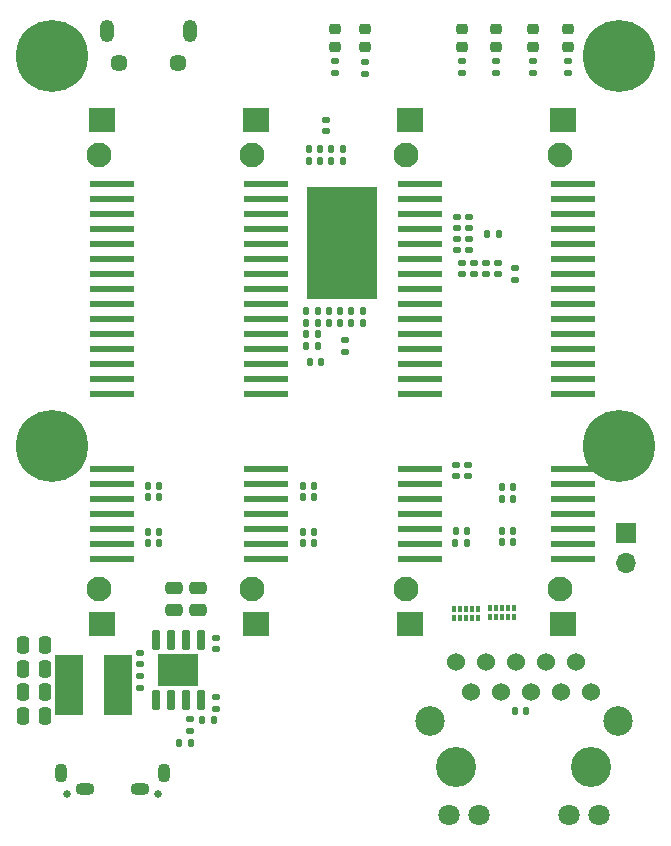
<source format=gbr>
%TF.GenerationSoftware,KiCad,Pcbnew,(6.0.4)*%
%TF.CreationDate,2022-08-11T23:06:16+02:00*%
%TF.ProjectId,MainBoard,4d61696e-426f-4617-9264-2e6b69636164,rev?*%
%TF.SameCoordinates,PXa344e00PY7102aa0*%
%TF.FileFunction,Soldermask,Bot*%
%TF.FilePolarity,Negative*%
%FSLAX46Y46*%
G04 Gerber Fmt 4.6, Leading zero omitted, Abs format (unit mm)*
G04 Created by KiCad (PCBNEW (6.0.4)) date 2022-08-11 23:06:16*
%MOMM*%
%LPD*%
G01*
G04 APERTURE LIST*
G04 Aperture macros list*
%AMRoundRect*
0 Rectangle with rounded corners*
0 $1 Rounding radius*
0 $2 $3 $4 $5 $6 $7 $8 $9 X,Y pos of 4 corners*
0 Add a 4 corners polygon primitive as box body*
4,1,4,$2,$3,$4,$5,$6,$7,$8,$9,$2,$3,0*
0 Add four circle primitives for the rounded corners*
1,1,$1+$1,$2,$3*
1,1,$1+$1,$4,$5*
1,1,$1+$1,$6,$7*
1,1,$1+$1,$8,$9*
0 Add four rect primitives between the rounded corners*
20,1,$1+$1,$2,$3,$4,$5,0*
20,1,$1+$1,$4,$5,$6,$7,0*
20,1,$1+$1,$6,$7,$8,$9,0*
20,1,$1+$1,$8,$9,$2,$3,0*%
%AMOutline4P*
0 Free polygon, 4 corners , with rotation*
0 The origin of the aperture is its center*
0 number of corners: always 4*
0 $1 to $8 corner X, Y*
0 $9 Rotation angle, in degrees counterclockwise*
0 create outline with 4 corners*
4,1,4,$1,$2,$3,$4,$5,$6,$7,$8,$1,$2,$9*%
G04 Aperture macros list end*
%ADD10R,1.700000X1.700000*%
%ADD11O,1.700000X1.700000*%
%ADD12O,1.200000X1.900000*%
%ADD13C,1.450000*%
%ADD14C,3.400000*%
%ADD15C,1.524000*%
%ADD16C,1.800000*%
%ADD17C,2.500000*%
%ADD18C,6.100000*%
%ADD19C,0.650000*%
%ADD20O,1.100000X1.600000*%
%ADD21O,1.600000X1.100000*%
%ADD22R,6.000000X9.500000*%
%ADD23RoundRect,0.135000X-0.185000X0.135000X-0.185000X-0.135000X0.185000X-0.135000X0.185000X0.135000X0*%
%ADD24RoundRect,0.147500X0.172500X-0.147500X0.172500X0.147500X-0.172500X0.147500X-0.172500X-0.147500X0*%
%ADD25RoundRect,0.147500X0.147500X0.172500X-0.147500X0.172500X-0.147500X-0.172500X0.147500X-0.172500X0*%
%ADD26R,0.300000X0.550000*%
%ADD27R,0.400000X0.550000*%
%ADD28RoundRect,0.140000X0.140000X0.170000X-0.140000X0.170000X-0.140000X-0.170000X0.140000X-0.170000X0*%
%ADD29RoundRect,0.135000X0.185000X-0.135000X0.185000X0.135000X-0.185000X0.135000X-0.185000X-0.135000X0*%
%ADD30C,2.100000*%
%ADD31R,3.800000X0.600000*%
%ADD32Outline4P,-1.050000X-1.100000X1.050000X-1.100000X1.050000X1.100000X-1.050000X1.100000X90.000000*%
%ADD33RoundRect,0.250000X-0.475000X0.250000X-0.475000X-0.250000X0.475000X-0.250000X0.475000X0.250000X0*%
%ADD34RoundRect,0.250000X-0.250000X-0.475000X0.250000X-0.475000X0.250000X0.475000X-0.250000X0.475000X0*%
%ADD35RoundRect,0.140000X-0.140000X-0.170000X0.140000X-0.170000X0.140000X0.170000X-0.140000X0.170000X0*%
%ADD36RoundRect,0.218750X0.256250X-0.218750X0.256250X0.218750X-0.256250X0.218750X-0.256250X-0.218750X0*%
%ADD37RoundRect,0.135000X0.135000X0.185000X-0.135000X0.185000X-0.135000X-0.185000X0.135000X-0.185000X0*%
%ADD38RoundRect,0.147500X-0.172500X0.147500X-0.172500X-0.147500X0.172500X-0.147500X0.172500X0.147500X0*%
%ADD39RoundRect,0.140000X-0.170000X0.140000X-0.170000X-0.140000X0.170000X-0.140000X0.170000X0.140000X0*%
%ADD40R,2.350000X5.100000*%
%ADD41RoundRect,0.140000X0.170000X-0.140000X0.170000X0.140000X-0.170000X0.140000X-0.170000X-0.140000X0*%
%ADD42R,3.400000X2.710000*%
%ADD43RoundRect,0.150000X-0.150000X0.737500X-0.150000X-0.737500X0.150000X-0.737500X0.150000X0.737500X0*%
G04 APERTURE END LIST*
D10*
%TO.C,J6*%
X52170000Y26075000D03*
D11*
X52170000Y23535000D03*
%TD*%
D12*
%TO.C,J7*%
X15270000Y68547500D03*
D13*
X9270000Y65847500D03*
D12*
X8270000Y68547500D03*
D13*
X14270000Y65847500D03*
%TD*%
D14*
%TO.C,U3*%
X49250000Y6300000D03*
X37820000Y6300000D03*
D15*
X37820000Y15190000D03*
X39090000Y12650000D03*
X40360000Y15190000D03*
X41630000Y12650000D03*
X42900000Y15190000D03*
X44170000Y12650000D03*
X45440000Y15190000D03*
X46710000Y12650000D03*
X47980000Y15190000D03*
X49250000Y12650000D03*
D16*
X37210000Y2190000D03*
X39750000Y2190000D03*
X47320000Y2190000D03*
X49860000Y2190000D03*
D17*
X35610000Y10190000D03*
X51460000Y10190000D03*
%TD*%
D18*
%TO.C,Module1*%
X51580000Y33490000D03*
X51580000Y66490000D03*
X3580000Y33490000D03*
X3580000Y66490000D03*
%TD*%
D19*
%TO.C,J1*%
X12575000Y4000000D03*
X4825000Y4000000D03*
D20*
X4380000Y5800000D03*
X13020000Y5800000D03*
D21*
X6400000Y4370000D03*
X11000000Y4370000D03*
%TD*%
D22*
%TO.C,U4*%
X28150000Y50660000D03*
%TD*%
D23*
%TO.C,R8*%
X38300000Y66010000D03*
X38300000Y64990000D03*
%TD*%
D24*
%TO.C,FB3*%
X42800000Y47515000D03*
X42800000Y48485000D03*
%TD*%
D25*
%TO.C,FB2*%
X41385000Y51400000D03*
X40415000Y51400000D03*
%TD*%
D26*
%TO.C,U1*%
X42670000Y18955000D03*
X42170000Y18955000D03*
D27*
X41670000Y18955000D03*
D26*
X41170000Y18955000D03*
X40670000Y18955000D03*
X40670000Y19725000D03*
X41170000Y19725000D03*
D27*
X41670000Y19725000D03*
D26*
X42170000Y19725000D03*
X42670000Y19725000D03*
%TD*%
D28*
%TO.C,C41*%
X26280000Y57600000D03*
X25320000Y57600000D03*
%TD*%
D29*
%TO.C,R27*%
X30050000Y64940000D03*
X30050000Y65960000D03*
%TD*%
D30*
%TO.C,J2*%
X46550000Y58130000D03*
X46550000Y21330000D03*
D31*
X47700000Y23855000D03*
X47700000Y25125000D03*
X47700000Y26395000D03*
X47700000Y27665000D03*
X47700000Y28935000D03*
X47700000Y30205000D03*
X47700000Y31475000D03*
X47700000Y37825000D03*
X47700000Y39095000D03*
X47700000Y40365000D03*
X47700000Y41635000D03*
X47700000Y42905000D03*
X47700000Y44175000D03*
X47700000Y45445000D03*
X47700000Y46715000D03*
X47700000Y47985000D03*
X47700000Y49255000D03*
X47700000Y50525000D03*
X47700000Y51795000D03*
X47700000Y53065000D03*
X47700000Y54335000D03*
X47700000Y55605000D03*
D32*
X46850000Y61080000D03*
X46850000Y18380000D03*
%TD*%
D28*
%TO.C,C1*%
X43700000Y11000000D03*
X42740000Y11000000D03*
%TD*%
D23*
%TO.C,R6*%
X44300000Y66010000D03*
X44300000Y64990000D03*
%TD*%
D33*
%TO.C,C75*%
X13870000Y21450000D03*
X13870000Y19550000D03*
%TD*%
D34*
%TO.C,C76*%
X1120000Y12600000D03*
X3020000Y12600000D03*
%TD*%
D28*
%TO.C,C18*%
X42650000Y30020000D03*
X41690000Y30020000D03*
%TD*%
D35*
%TO.C,C17*%
X11690000Y29100000D03*
X12650000Y29100000D03*
%TD*%
%TO.C,C10*%
X11690000Y26200000D03*
X12650000Y26200000D03*
%TD*%
D29*
%TO.C,R21*%
X15300000Y9290000D03*
X15300000Y10310000D03*
%TD*%
D28*
%TO.C,C56*%
X27980000Y44900000D03*
X27020000Y44900000D03*
%TD*%
D35*
%TO.C,C16*%
X24790000Y29100000D03*
X25750000Y29100000D03*
%TD*%
%TO.C,C20*%
X24790000Y30080000D03*
X25750000Y30080000D03*
%TD*%
D24*
%TO.C,FB6*%
X28400000Y41415000D03*
X28400000Y42385000D03*
%TD*%
D35*
%TO.C,C8*%
X37748000Y26234000D03*
X38708000Y26234000D03*
%TD*%
D36*
%TO.C,D1*%
X47300000Y67212500D03*
X47300000Y68787500D03*
%TD*%
%TO.C,D2*%
X44300000Y67212500D03*
X44300000Y68787500D03*
%TD*%
D35*
%TO.C,C21*%
X11690000Y30080000D03*
X12650000Y30080000D03*
%TD*%
%TO.C,C5*%
X24790000Y25200000D03*
X25750000Y25200000D03*
%TD*%
%TO.C,C77*%
X14352000Y8326000D03*
X15312000Y8326000D03*
%TD*%
D37*
%TO.C,R22*%
X17285000Y10250000D03*
X16265000Y10250000D03*
%TD*%
D35*
%TO.C,C48*%
X25120000Y42900000D03*
X26080000Y42900000D03*
%TD*%
D23*
%TO.C,R5*%
X47300000Y66010000D03*
X47300000Y64990000D03*
%TD*%
D25*
%TO.C,FB7*%
X26385000Y40600000D03*
X25415000Y40600000D03*
%TD*%
D23*
%TO.C,R23*%
X17440000Y12220000D03*
X17440000Y11200000D03*
%TD*%
D35*
%TO.C,C4*%
X37728000Y25218000D03*
X38688000Y25218000D03*
%TD*%
D38*
%TO.C,FB5*%
X26800000Y61085000D03*
X26800000Y60115000D03*
%TD*%
D39*
%TO.C,C66*%
X11000000Y15960000D03*
X11000000Y15000000D03*
%TD*%
D23*
%TO.C,R20*%
X11000000Y13990000D03*
X11000000Y12970000D03*
%TD*%
D36*
%TO.C,D11*%
X27500000Y67212500D03*
X27500000Y68787500D03*
%TD*%
D35*
%TO.C,C59*%
X25120000Y41900000D03*
X26080000Y41900000D03*
%TD*%
D40*
%TO.C,L1*%
X9175000Y13200000D03*
X5025000Y13200000D03*
%TD*%
D35*
%TO.C,C6*%
X11690000Y25200000D03*
X12650000Y25200000D03*
%TD*%
D39*
%TO.C,C34*%
X40300000Y48980000D03*
X40300000Y48020000D03*
%TD*%
%TO.C,C39*%
X41300000Y48980000D03*
X41300000Y48020000D03*
%TD*%
%TO.C,C38*%
X38900000Y50980000D03*
X38900000Y50020000D03*
%TD*%
D36*
%TO.C,D3*%
X41170000Y67212500D03*
X41170000Y68787500D03*
%TD*%
D34*
%TO.C,C71*%
X1120000Y14600000D03*
X3020000Y14600000D03*
%TD*%
D36*
%TO.C,D4*%
X38300000Y67212500D03*
X38300000Y68787500D03*
%TD*%
D35*
%TO.C,C9*%
X24790000Y26180000D03*
X25750000Y26180000D03*
%TD*%
%TO.C,C57*%
X25120000Y43900000D03*
X26080000Y43900000D03*
%TD*%
D28*
%TO.C,C14*%
X42650000Y29000000D03*
X41690000Y29000000D03*
%TD*%
D30*
%TO.C,J3*%
X33550000Y21320000D03*
X33550000Y58120000D03*
D31*
X34700000Y23845000D03*
X34700000Y25115000D03*
X34700000Y26385000D03*
X34700000Y27655000D03*
X34700000Y28925000D03*
X34700000Y30195000D03*
X34700000Y31465000D03*
X34700000Y37815000D03*
X34700000Y39085000D03*
X34700000Y40355000D03*
X34700000Y41625000D03*
X34700000Y42895000D03*
X34700000Y44165000D03*
X34700000Y45435000D03*
X34700000Y46705000D03*
X34700000Y47975000D03*
X34700000Y49245000D03*
X34700000Y50515000D03*
X34700000Y51785000D03*
X34700000Y53055000D03*
X34700000Y54325000D03*
X34700000Y55595000D03*
D32*
X33850000Y18370000D03*
X33850000Y61070000D03*
%TD*%
D26*
%TO.C,U2*%
X39620000Y18915000D03*
X39120000Y18915000D03*
D27*
X38620000Y18915000D03*
D26*
X38120000Y18915000D03*
X37620000Y18915000D03*
X37620000Y19685000D03*
X38120000Y19685000D03*
D27*
X38620000Y19685000D03*
D26*
X39120000Y19685000D03*
X39620000Y19685000D03*
%TD*%
D35*
%TO.C,C47*%
X28920000Y44900000D03*
X29880000Y44900000D03*
%TD*%
D41*
%TO.C,C19*%
X37770000Y30920000D03*
X37770000Y31880000D03*
%TD*%
D35*
%TO.C,C31*%
X27220000Y58600000D03*
X28180000Y58600000D03*
%TD*%
D39*
%TO.C,C29*%
X38300000Y48980000D03*
X38300000Y48020000D03*
%TD*%
D28*
%TO.C,C7*%
X42650000Y26280000D03*
X41690000Y26280000D03*
%TD*%
%TO.C,C58*%
X27980000Y43900000D03*
X27020000Y43900000D03*
%TD*%
D36*
%TO.C,D12*%
X30050000Y67212500D03*
X30050000Y68787500D03*
%TD*%
D42*
%TO.C,U7*%
X14250000Y14480000D03*
D43*
X12345000Y17042500D03*
X13615000Y17042500D03*
X14885000Y17042500D03*
X16155000Y17042500D03*
X16155000Y11917500D03*
X14885000Y11917500D03*
X13615000Y11917500D03*
X12345000Y11917500D03*
%TD*%
D41*
%TO.C,C28*%
X37900000Y51920000D03*
X37900000Y52880000D03*
%TD*%
D33*
%TO.C,C70*%
X15900000Y21450000D03*
X15900000Y19550000D03*
%TD*%
D34*
%TO.C,C68*%
X1120000Y16600000D03*
X3020000Y16600000D03*
%TD*%
D30*
%TO.C,J4*%
X20550000Y58130000D03*
X20550000Y21330000D03*
D31*
X21700000Y23855000D03*
X21700000Y25125000D03*
X21700000Y26395000D03*
X21700000Y27665000D03*
X21700000Y28935000D03*
X21700000Y30205000D03*
X21700000Y31475000D03*
X21700000Y37825000D03*
X21700000Y39095000D03*
X21700000Y40365000D03*
X21700000Y41635000D03*
X21700000Y42905000D03*
X21700000Y44175000D03*
X21700000Y45445000D03*
X21700000Y46715000D03*
X21700000Y47985000D03*
X21700000Y49255000D03*
X21700000Y50525000D03*
X21700000Y51795000D03*
X21700000Y53065000D03*
X21700000Y54335000D03*
X21700000Y55605000D03*
D32*
X20850000Y61080000D03*
X20850000Y18380000D03*
%TD*%
D41*
%TO.C,C15*%
X38770000Y30920000D03*
X38770000Y31880000D03*
%TD*%
D35*
%TO.C,C26*%
X27220000Y57600000D03*
X28180000Y57600000D03*
%TD*%
%TO.C,C52*%
X28920000Y43900000D03*
X29880000Y43900000D03*
%TD*%
D28*
%TO.C,C3*%
X42650000Y25300000D03*
X41690000Y25300000D03*
%TD*%
D35*
%TO.C,C53*%
X25120000Y44900000D03*
X26080000Y44900000D03*
%TD*%
D23*
%TO.C,R7*%
X41170000Y66010000D03*
X41170000Y64990000D03*
%TD*%
D41*
%TO.C,C69*%
X17500000Y16250000D03*
X17500000Y17210000D03*
%TD*%
D28*
%TO.C,C36*%
X26280000Y58600000D03*
X25320000Y58600000D03*
%TD*%
D39*
%TO.C,C33*%
X37900000Y50980000D03*
X37900000Y50020000D03*
%TD*%
D34*
%TO.C,C73*%
X1120000Y10600000D03*
X3020000Y10600000D03*
%TD*%
D29*
%TO.C,R9*%
X27500000Y65040000D03*
X27500000Y66060000D03*
%TD*%
D30*
%TO.C,J5*%
X7540000Y21330000D03*
X7540000Y58130000D03*
D31*
X8690000Y23855000D03*
X8690000Y25125000D03*
X8690000Y26395000D03*
X8690000Y27665000D03*
X8690000Y28935000D03*
X8690000Y30205000D03*
X8690000Y31475000D03*
X8690000Y37825000D03*
X8690000Y39095000D03*
X8690000Y40365000D03*
X8690000Y41635000D03*
X8690000Y42905000D03*
X8690000Y44175000D03*
X8690000Y45445000D03*
X8690000Y46715000D03*
X8690000Y47985000D03*
X8690000Y49255000D03*
X8690000Y50525000D03*
X8690000Y51795000D03*
X8690000Y53065000D03*
X8690000Y54335000D03*
X8690000Y55605000D03*
D32*
X7840000Y18380000D03*
X7840000Y61080000D03*
%TD*%
D39*
%TO.C,C24*%
X39300000Y48980000D03*
X39300000Y48020000D03*
%TD*%
D41*
%TO.C,C23*%
X38900000Y51920000D03*
X38900000Y52880000D03*
%TD*%
M02*

</source>
